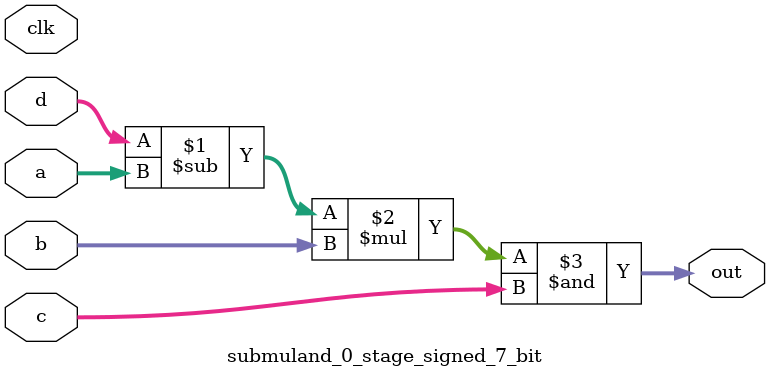
<source format=sv>
(* use_dsp = "yes" *) module submuland_0_stage_signed_7_bit(
	input signed [6:0] a,
	input signed [6:0] b,
	input signed [6:0] c,
	input signed [6:0] d,
	output [6:0] out,
	input clk);

	assign out = ((d - a) * b) & c;
endmodule

</source>
